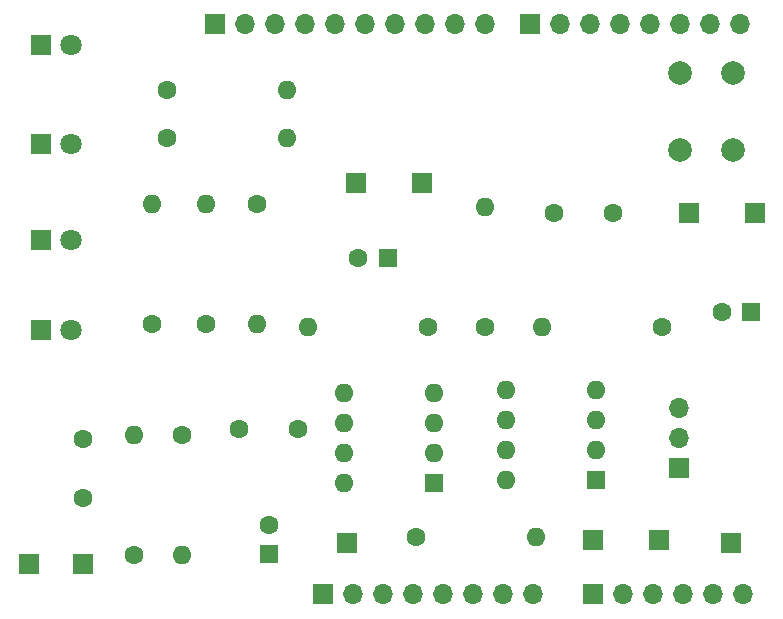
<source format=gbr>
%TF.GenerationSoftware,KiCad,Pcbnew,7.0.1*%
%TF.CreationDate,2023-05-02T20:05:28+02:00*%
%TF.ProjectId,Lab1_SDHD,4c616231-5f53-4444-9844-2e6b69636164,v 1.0*%
%TF.SameCoordinates,Original*%
%TF.FileFunction,Soldermask,Bot*%
%TF.FilePolarity,Negative*%
%FSLAX46Y46*%
G04 Gerber Fmt 4.6, Leading zero omitted, Abs format (unit mm)*
G04 Created by KiCad (PCBNEW 7.0.1) date 2023-05-02 20:05:28*
%MOMM*%
%LPD*%
G01*
G04 APERTURE LIST*
%ADD10R,1.600000X1.600000*%
%ADD11C,1.600000*%
%ADD12O,1.600000X1.600000*%
%ADD13R,1.800000X1.800000*%
%ADD14C,1.800000*%
%ADD15R,1.700000X1.700000*%
%ADD16O,1.700000X1.700000*%
%ADD17C,2.000000*%
G04 APERTURE END LIST*
D10*
X133440380Y-69012000D03*
D11*
X130940380Y-69012000D03*
X107620000Y-84292000D03*
X107620000Y-89292000D03*
X141656000Y-74854000D03*
D12*
X141656000Y-64694000D03*
D11*
X113462000Y-74600000D03*
D12*
X113462000Y-64440000D03*
D13*
X104064000Y-50978000D03*
D14*
X106604000Y-50978000D03*
D15*
X103048000Y-94920000D03*
X158928000Y-65202000D03*
X107620000Y-94920000D03*
D11*
X114732000Y-54788000D03*
D12*
X124892000Y-54788000D03*
D15*
X136322000Y-62662000D03*
X129972000Y-93142000D03*
D11*
X116002000Y-83998000D03*
D12*
X116002000Y-94158000D03*
D10*
X123368000Y-94093113D03*
D11*
X123368000Y-91593113D03*
D10*
X137328000Y-88052000D03*
D12*
X137328000Y-85512000D03*
X137328000Y-82972000D03*
X137328000Y-80432000D03*
X129708000Y-80432000D03*
X129708000Y-82972000D03*
X129708000Y-85512000D03*
X129708000Y-88052000D03*
D11*
X122352000Y-64440000D03*
D12*
X122352000Y-74600000D03*
D11*
X156642000Y-74854000D03*
D12*
X146482000Y-74854000D03*
D11*
X152538000Y-65202000D03*
X147538000Y-65202000D03*
X135814000Y-92634000D03*
D12*
X145974000Y-92634000D03*
D13*
X104059000Y-67488000D03*
D14*
X106599000Y-67488000D03*
D15*
X158084000Y-86777000D03*
D16*
X158084000Y-84237000D03*
X158084000Y-81697000D03*
D10*
X164222000Y-73584000D03*
D11*
X161722000Y-73584000D03*
D15*
X150800000Y-92888000D03*
D17*
X162666000Y-53368000D03*
X162666000Y-59868000D03*
X158166000Y-53368000D03*
X158166000Y-59868000D03*
D15*
X162484000Y-93142000D03*
D11*
X136830000Y-74854000D03*
D12*
X126670000Y-74854000D03*
D10*
X151044000Y-87798000D03*
D12*
X151044000Y-85258000D03*
X151044000Y-82718000D03*
X151044000Y-80178000D03*
X143424000Y-80178000D03*
X143424000Y-82718000D03*
X143424000Y-85258000D03*
X143424000Y-87798000D03*
D15*
X130734000Y-62662000D03*
X156388000Y-92888000D03*
D11*
X111938000Y-94158000D03*
D12*
X111938000Y-83998000D03*
D11*
X118034000Y-74600000D03*
D12*
X118034000Y-64440000D03*
D13*
X104064000Y-75108000D03*
D14*
X106604000Y-75108000D03*
D11*
X114732000Y-58852000D03*
D12*
X124892000Y-58852000D03*
D15*
X164516000Y-65202000D03*
D11*
X125868000Y-83490000D03*
X120868000Y-83490000D03*
D13*
X104059000Y-59360000D03*
D14*
X106599000Y-59360000D03*
D15*
X127940000Y-97460000D03*
D16*
X130480000Y-97460000D03*
X133020000Y-97460000D03*
X135560000Y-97460000D03*
X138100000Y-97460000D03*
X140640000Y-97460000D03*
X143180000Y-97460000D03*
X145720000Y-97460000D03*
D15*
X150800000Y-97460000D03*
D16*
X153340000Y-97460000D03*
X155880000Y-97460000D03*
X158420000Y-97460000D03*
X160960000Y-97460000D03*
X163500000Y-97460000D03*
D15*
X118796000Y-49200000D03*
D16*
X121336000Y-49200000D03*
X123876000Y-49200000D03*
X126416000Y-49200000D03*
X128956000Y-49200000D03*
X131496000Y-49200000D03*
X134036000Y-49200000D03*
X136576000Y-49200000D03*
X139116000Y-49200000D03*
X141656000Y-49200000D03*
D15*
X145466000Y-49200000D03*
D16*
X148006000Y-49200000D03*
X150546000Y-49200000D03*
X153086000Y-49200000D03*
X155626000Y-49200000D03*
X158166000Y-49200000D03*
X160706000Y-49200000D03*
X163246000Y-49200000D03*
M02*

</source>
